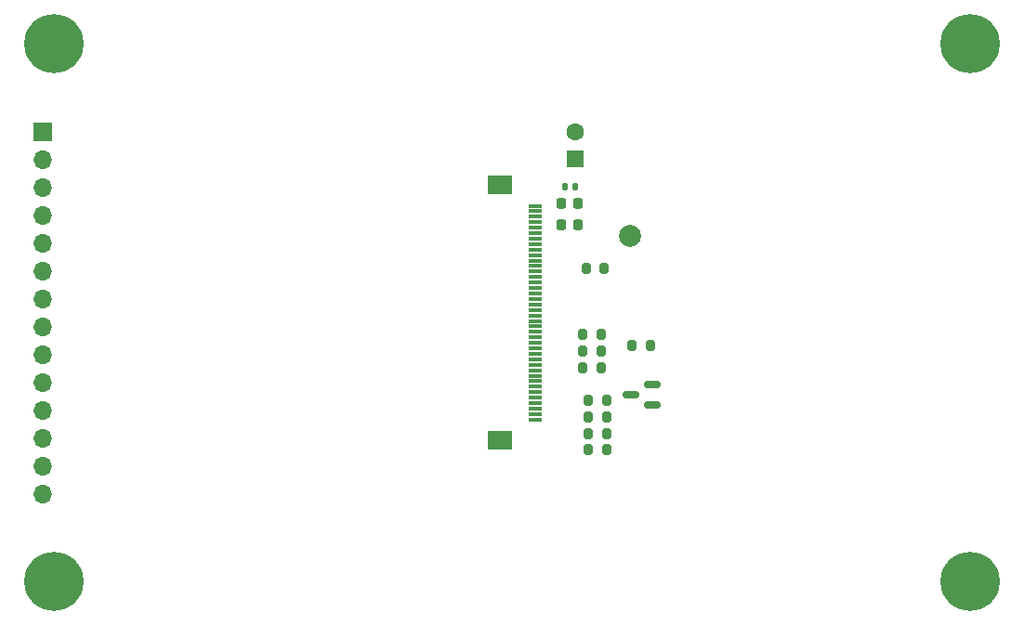
<source format=gbr>
%TF.GenerationSoftware,KiCad,Pcbnew,7.0.7-7.0.7~ubuntu22.04.1*%
%TF.CreationDate,2023-09-11T12:59:47+09:00*%
%TF.ProjectId,3_2LCD,335f324c-4344-42e6-9b69-6361645f7063,rev?*%
%TF.SameCoordinates,Original*%
%TF.FileFunction,Soldermask,Bot*%
%TF.FilePolarity,Negative*%
%FSLAX46Y46*%
G04 Gerber Fmt 4.6, Leading zero omitted, Abs format (unit mm)*
G04 Created by KiCad (PCBNEW 7.0.7-7.0.7~ubuntu22.04.1) date 2023-09-11 12:59:47*
%MOMM*%
%LPD*%
G01*
G04 APERTURE LIST*
G04 Aperture macros list*
%AMRoundRect*
0 Rectangle with rounded corners*
0 $1 Rounding radius*
0 $2 $3 $4 $5 $6 $7 $8 $9 X,Y pos of 4 corners*
0 Add a 4 corners polygon primitive as box body*
4,1,4,$2,$3,$4,$5,$6,$7,$8,$9,$2,$3,0*
0 Add four circle primitives for the rounded corners*
1,1,$1+$1,$2,$3*
1,1,$1+$1,$4,$5*
1,1,$1+$1,$6,$7*
1,1,$1+$1,$8,$9*
0 Add four rect primitives between the rounded corners*
20,1,$1+$1,$2,$3,$4,$5,0*
20,1,$1+$1,$4,$5,$6,$7,0*
20,1,$1+$1,$6,$7,$8,$9,0*
20,1,$1+$1,$8,$9,$2,$3,0*%
G04 Aperture macros list end*
%ADD10R,1.600000X1.600000*%
%ADD11C,1.600000*%
%ADD12R,1.700000X1.700000*%
%ADD13O,1.700000X1.700000*%
%ADD14C,3.100000*%
%ADD15C,5.400000*%
%ADD16RoundRect,0.225000X-0.225000X-0.250000X0.225000X-0.250000X0.225000X0.250000X-0.225000X0.250000X0*%
%ADD17RoundRect,0.140000X-0.140000X-0.170000X0.140000X-0.170000X0.140000X0.170000X-0.140000X0.170000X0*%
%ADD18RoundRect,0.200000X0.200000X0.275000X-0.200000X0.275000X-0.200000X-0.275000X0.200000X-0.275000X0*%
%ADD19RoundRect,0.200000X-0.200000X-0.275000X0.200000X-0.275000X0.200000X0.275000X-0.200000X0.275000X0*%
%ADD20C,2.000000*%
%ADD21R,1.300000X0.300000*%
%ADD22R,2.200000X1.800000*%
%ADD23RoundRect,0.150000X0.587500X0.150000X-0.587500X0.150000X-0.587500X-0.150000X0.587500X-0.150000X0*%
G04 APERTURE END LIST*
D10*
%TO.C,C3*%
X176500000Y-113000000D03*
D11*
X176500000Y-110500000D03*
%TD*%
D12*
%TO.C,J1*%
X128000000Y-110500000D03*
D13*
X128000000Y-113040000D03*
X128000000Y-115580000D03*
X128000000Y-118120000D03*
X128000000Y-120660000D03*
X128000000Y-123200000D03*
X128000000Y-125740000D03*
X128000000Y-128280000D03*
X128000000Y-130820000D03*
X128000000Y-133360000D03*
X128000000Y-135900000D03*
X128000000Y-138440000D03*
X128000000Y-140980000D03*
X128000000Y-143520000D03*
%TD*%
D14*
%TO.C,H1*%
X129000000Y-102500000D03*
D15*
X129000000Y-102500000D03*
%TD*%
D14*
%TO.C,H3*%
X212500000Y-102500000D03*
D15*
X212500000Y-102500000D03*
%TD*%
D14*
%TO.C,H4*%
X212500000Y-151500000D03*
D15*
X212500000Y-151500000D03*
%TD*%
D14*
%TO.C,H2*%
X129000000Y-151500000D03*
D15*
X129000000Y-151500000D03*
%TD*%
D16*
%TO.C,C1*%
X175225000Y-117000000D03*
X176775000Y-117000000D03*
%TD*%
D17*
%TO.C,C2*%
X175520000Y-115500000D03*
X176480000Y-115500000D03*
%TD*%
D18*
%TO.C,R1*%
X183325000Y-130000000D03*
X181675000Y-130000000D03*
%TD*%
D19*
%TO.C,R2*%
X177175000Y-132000000D03*
X178825000Y-132000000D03*
%TD*%
%TO.C,R3*%
X177175000Y-129000000D03*
X178825000Y-129000000D03*
%TD*%
%TO.C,R4*%
X177175000Y-130500000D03*
X178825000Y-130500000D03*
%TD*%
%TO.C,R5*%
X177500000Y-123000000D03*
X179150000Y-123000000D03*
%TD*%
%TO.C,R6*%
X177675000Y-136500000D03*
X179325000Y-136500000D03*
%TD*%
%TO.C,R7*%
X177675000Y-138000000D03*
X179325000Y-138000000D03*
%TD*%
%TO.C,R8*%
X177675000Y-139500000D03*
X179325000Y-139500000D03*
%TD*%
D20*
%TO.C,TP1*%
X181500000Y-120000000D03*
%TD*%
D21*
%TO.C,U1*%
X172850000Y-117250000D03*
X172850000Y-117750000D03*
X172850000Y-118250000D03*
X172850000Y-118750000D03*
X172850000Y-119250000D03*
X172850000Y-119750000D03*
X172850000Y-120250000D03*
X172850000Y-120750000D03*
X172850000Y-121250000D03*
X172850000Y-121750000D03*
X172850000Y-122250000D03*
X172850000Y-122750000D03*
X172850000Y-123250000D03*
X172850000Y-123750000D03*
X172850000Y-124250000D03*
X172850000Y-124750000D03*
X172850000Y-125250000D03*
X172850000Y-125750000D03*
X172850000Y-126250000D03*
X172850000Y-126750000D03*
X172850000Y-127250000D03*
X172850000Y-127750000D03*
X172850000Y-128250000D03*
X172850000Y-128750000D03*
X172850000Y-129750000D03*
X172850000Y-129250000D03*
X172850000Y-130250000D03*
X172850000Y-130750000D03*
X172850000Y-131250000D03*
X172850000Y-131750000D03*
X172850000Y-132250000D03*
X172850000Y-132750000D03*
X172850000Y-133250000D03*
X172850000Y-133750000D03*
X172850000Y-134250000D03*
X172850000Y-134750000D03*
X172850000Y-135250000D03*
X172850000Y-135750000D03*
X172850000Y-136250000D03*
X172850000Y-136750000D03*
D22*
X169600000Y-138650000D03*
X169600000Y-115350000D03*
%TD*%
D19*
%TO.C,R9*%
X177675000Y-135000000D03*
X179325000Y-135000000D03*
%TD*%
D16*
%TO.C,C4*%
X175225000Y-119000000D03*
X176775000Y-119000000D03*
%TD*%
D23*
%TO.C,Q1*%
X183475000Y-133550000D03*
X183475000Y-135450000D03*
X181600000Y-134500000D03*
%TD*%
M02*

</source>
